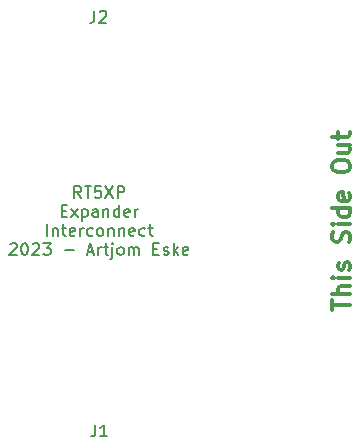
<source format=gbr>
%TF.GenerationSoftware,KiCad,Pcbnew,(6.0.8)*%
%TF.CreationDate,2023-05-31T19:07:23+02:00*%
%TF.ProjectId,RT5XP-EXP-Interconnect,52543558-502d-4455-9850-2d496e746572,rev?*%
%TF.SameCoordinates,Original*%
%TF.FileFunction,Legend,Top*%
%TF.FilePolarity,Positive*%
%FSLAX46Y46*%
G04 Gerber Fmt 4.6, Leading zero omitted, Abs format (unit mm)*
G04 Created by KiCad (PCBNEW (6.0.8)) date 2023-05-31 19:07:23*
%MOMM*%
%LPD*%
G01*
G04 APERTURE LIST*
%ADD10C,0.150000*%
%ADD11C,0.300000*%
G04 APERTURE END LIST*
D10*
X129540190Y-110305380D02*
X129206857Y-109829190D01*
X128968761Y-110305380D02*
X128968761Y-109305380D01*
X129349714Y-109305380D01*
X129444952Y-109353000D01*
X129492571Y-109400619D01*
X129540190Y-109495857D01*
X129540190Y-109638714D01*
X129492571Y-109733952D01*
X129444952Y-109781571D01*
X129349714Y-109829190D01*
X128968761Y-109829190D01*
X129825904Y-109305380D02*
X130397333Y-109305380D01*
X130111619Y-110305380D02*
X130111619Y-109305380D01*
X131206857Y-109305380D02*
X130730666Y-109305380D01*
X130683047Y-109781571D01*
X130730666Y-109733952D01*
X130825904Y-109686333D01*
X131064000Y-109686333D01*
X131159238Y-109733952D01*
X131206857Y-109781571D01*
X131254476Y-109876809D01*
X131254476Y-110114904D01*
X131206857Y-110210142D01*
X131159238Y-110257761D01*
X131064000Y-110305380D01*
X130825904Y-110305380D01*
X130730666Y-110257761D01*
X130683047Y-110210142D01*
X131587809Y-109305380D02*
X132254476Y-110305380D01*
X132254476Y-109305380D02*
X131587809Y-110305380D01*
X132635428Y-110305380D02*
X132635428Y-109305380D01*
X133016380Y-109305380D01*
X133111619Y-109353000D01*
X133159238Y-109400619D01*
X133206857Y-109495857D01*
X133206857Y-109638714D01*
X133159238Y-109733952D01*
X133111619Y-109781571D01*
X133016380Y-109829190D01*
X132635428Y-109829190D01*
X127897333Y-111391571D02*
X128230666Y-111391571D01*
X128373523Y-111915380D02*
X127897333Y-111915380D01*
X127897333Y-110915380D01*
X128373523Y-110915380D01*
X128706857Y-111915380D02*
X129230666Y-111248714D01*
X128706857Y-111248714D02*
X129230666Y-111915380D01*
X129611619Y-111248714D02*
X129611619Y-112248714D01*
X129611619Y-111296333D02*
X129706857Y-111248714D01*
X129897333Y-111248714D01*
X129992571Y-111296333D01*
X130040190Y-111343952D01*
X130087809Y-111439190D01*
X130087809Y-111724904D01*
X130040190Y-111820142D01*
X129992571Y-111867761D01*
X129897333Y-111915380D01*
X129706857Y-111915380D01*
X129611619Y-111867761D01*
X130944952Y-111915380D02*
X130944952Y-111391571D01*
X130897333Y-111296333D01*
X130802095Y-111248714D01*
X130611619Y-111248714D01*
X130516380Y-111296333D01*
X130944952Y-111867761D02*
X130849714Y-111915380D01*
X130611619Y-111915380D01*
X130516380Y-111867761D01*
X130468761Y-111772523D01*
X130468761Y-111677285D01*
X130516380Y-111582047D01*
X130611619Y-111534428D01*
X130849714Y-111534428D01*
X130944952Y-111486809D01*
X131421142Y-111248714D02*
X131421142Y-111915380D01*
X131421142Y-111343952D02*
X131468761Y-111296333D01*
X131564000Y-111248714D01*
X131706857Y-111248714D01*
X131802095Y-111296333D01*
X131849714Y-111391571D01*
X131849714Y-111915380D01*
X132754476Y-111915380D02*
X132754476Y-110915380D01*
X132754476Y-111867761D02*
X132659238Y-111915380D01*
X132468761Y-111915380D01*
X132373523Y-111867761D01*
X132325904Y-111820142D01*
X132278285Y-111724904D01*
X132278285Y-111439190D01*
X132325904Y-111343952D01*
X132373523Y-111296333D01*
X132468761Y-111248714D01*
X132659238Y-111248714D01*
X132754476Y-111296333D01*
X133611619Y-111867761D02*
X133516380Y-111915380D01*
X133325904Y-111915380D01*
X133230666Y-111867761D01*
X133183047Y-111772523D01*
X133183047Y-111391571D01*
X133230666Y-111296333D01*
X133325904Y-111248714D01*
X133516380Y-111248714D01*
X133611619Y-111296333D01*
X133659238Y-111391571D01*
X133659238Y-111486809D01*
X133183047Y-111582047D01*
X134087809Y-111915380D02*
X134087809Y-111248714D01*
X134087809Y-111439190D02*
X134135428Y-111343952D01*
X134183047Y-111296333D01*
X134278285Y-111248714D01*
X134373523Y-111248714D01*
X126659238Y-113525380D02*
X126659238Y-112525380D01*
X127135428Y-112858714D02*
X127135428Y-113525380D01*
X127135428Y-112953952D02*
X127183047Y-112906333D01*
X127278285Y-112858714D01*
X127421142Y-112858714D01*
X127516380Y-112906333D01*
X127564000Y-113001571D01*
X127564000Y-113525380D01*
X127897333Y-112858714D02*
X128278285Y-112858714D01*
X128040190Y-112525380D02*
X128040190Y-113382523D01*
X128087809Y-113477761D01*
X128183047Y-113525380D01*
X128278285Y-113525380D01*
X128992571Y-113477761D02*
X128897333Y-113525380D01*
X128706857Y-113525380D01*
X128611619Y-113477761D01*
X128564000Y-113382523D01*
X128564000Y-113001571D01*
X128611619Y-112906333D01*
X128706857Y-112858714D01*
X128897333Y-112858714D01*
X128992571Y-112906333D01*
X129040190Y-113001571D01*
X129040190Y-113096809D01*
X128564000Y-113192047D01*
X129468761Y-113525380D02*
X129468761Y-112858714D01*
X129468761Y-113049190D02*
X129516380Y-112953952D01*
X129564000Y-112906333D01*
X129659238Y-112858714D01*
X129754476Y-112858714D01*
X130516380Y-113477761D02*
X130421142Y-113525380D01*
X130230666Y-113525380D01*
X130135428Y-113477761D01*
X130087809Y-113430142D01*
X130040190Y-113334904D01*
X130040190Y-113049190D01*
X130087809Y-112953952D01*
X130135428Y-112906333D01*
X130230666Y-112858714D01*
X130421142Y-112858714D01*
X130516380Y-112906333D01*
X131087809Y-113525380D02*
X130992571Y-113477761D01*
X130944952Y-113430142D01*
X130897333Y-113334904D01*
X130897333Y-113049190D01*
X130944952Y-112953952D01*
X130992571Y-112906333D01*
X131087809Y-112858714D01*
X131230666Y-112858714D01*
X131325904Y-112906333D01*
X131373523Y-112953952D01*
X131421142Y-113049190D01*
X131421142Y-113334904D01*
X131373523Y-113430142D01*
X131325904Y-113477761D01*
X131230666Y-113525380D01*
X131087809Y-113525380D01*
X131849714Y-112858714D02*
X131849714Y-113525380D01*
X131849714Y-112953952D02*
X131897333Y-112906333D01*
X131992571Y-112858714D01*
X132135428Y-112858714D01*
X132230666Y-112906333D01*
X132278285Y-113001571D01*
X132278285Y-113525380D01*
X132754476Y-112858714D02*
X132754476Y-113525380D01*
X132754476Y-112953952D02*
X132802095Y-112906333D01*
X132897333Y-112858714D01*
X133040190Y-112858714D01*
X133135428Y-112906333D01*
X133183047Y-113001571D01*
X133183047Y-113525380D01*
X134040190Y-113477761D02*
X133944952Y-113525380D01*
X133754476Y-113525380D01*
X133659238Y-113477761D01*
X133611619Y-113382523D01*
X133611619Y-113001571D01*
X133659238Y-112906333D01*
X133754476Y-112858714D01*
X133944952Y-112858714D01*
X134040190Y-112906333D01*
X134087809Y-113001571D01*
X134087809Y-113096809D01*
X133611619Y-113192047D01*
X134944952Y-113477761D02*
X134849714Y-113525380D01*
X134659238Y-113525380D01*
X134564000Y-113477761D01*
X134516380Y-113430142D01*
X134468761Y-113334904D01*
X134468761Y-113049190D01*
X134516380Y-112953952D01*
X134564000Y-112906333D01*
X134659238Y-112858714D01*
X134849714Y-112858714D01*
X134944952Y-112906333D01*
X135230666Y-112858714D02*
X135611619Y-112858714D01*
X135373523Y-112525380D02*
X135373523Y-113382523D01*
X135421142Y-113477761D01*
X135516380Y-113525380D01*
X135611619Y-113525380D01*
X123516380Y-114230619D02*
X123564000Y-114183000D01*
X123659238Y-114135380D01*
X123897333Y-114135380D01*
X123992571Y-114183000D01*
X124040190Y-114230619D01*
X124087809Y-114325857D01*
X124087809Y-114421095D01*
X124040190Y-114563952D01*
X123468761Y-115135380D01*
X124087809Y-115135380D01*
X124706857Y-114135380D02*
X124802095Y-114135380D01*
X124897333Y-114183000D01*
X124944952Y-114230619D01*
X124992571Y-114325857D01*
X125040190Y-114516333D01*
X125040190Y-114754428D01*
X124992571Y-114944904D01*
X124944952Y-115040142D01*
X124897333Y-115087761D01*
X124802095Y-115135380D01*
X124706857Y-115135380D01*
X124611619Y-115087761D01*
X124564000Y-115040142D01*
X124516380Y-114944904D01*
X124468761Y-114754428D01*
X124468761Y-114516333D01*
X124516380Y-114325857D01*
X124564000Y-114230619D01*
X124611619Y-114183000D01*
X124706857Y-114135380D01*
X125421142Y-114230619D02*
X125468761Y-114183000D01*
X125564000Y-114135380D01*
X125802095Y-114135380D01*
X125897333Y-114183000D01*
X125944952Y-114230619D01*
X125992571Y-114325857D01*
X125992571Y-114421095D01*
X125944952Y-114563952D01*
X125373523Y-115135380D01*
X125992571Y-115135380D01*
X126325904Y-114135380D02*
X126944952Y-114135380D01*
X126611619Y-114516333D01*
X126754476Y-114516333D01*
X126849714Y-114563952D01*
X126897333Y-114611571D01*
X126944952Y-114706809D01*
X126944952Y-114944904D01*
X126897333Y-115040142D01*
X126849714Y-115087761D01*
X126754476Y-115135380D01*
X126468761Y-115135380D01*
X126373523Y-115087761D01*
X126325904Y-115040142D01*
X128135428Y-114754428D02*
X128897333Y-114754428D01*
X130087809Y-114849666D02*
X130564000Y-114849666D01*
X129992571Y-115135380D02*
X130325904Y-114135380D01*
X130659238Y-115135380D01*
X130992571Y-115135380D02*
X130992571Y-114468714D01*
X130992571Y-114659190D02*
X131040190Y-114563952D01*
X131087809Y-114516333D01*
X131183047Y-114468714D01*
X131278285Y-114468714D01*
X131468761Y-114468714D02*
X131849714Y-114468714D01*
X131611619Y-114135380D02*
X131611619Y-114992523D01*
X131659238Y-115087761D01*
X131754476Y-115135380D01*
X131849714Y-115135380D01*
X132183047Y-114468714D02*
X132183047Y-115325857D01*
X132135428Y-115421095D01*
X132040190Y-115468714D01*
X131992571Y-115468714D01*
X132183047Y-114135380D02*
X132135428Y-114183000D01*
X132183047Y-114230619D01*
X132230666Y-114183000D01*
X132183047Y-114135380D01*
X132183047Y-114230619D01*
X132802095Y-115135380D02*
X132706857Y-115087761D01*
X132659238Y-115040142D01*
X132611619Y-114944904D01*
X132611619Y-114659190D01*
X132659238Y-114563952D01*
X132706857Y-114516333D01*
X132802095Y-114468714D01*
X132944952Y-114468714D01*
X133040190Y-114516333D01*
X133087809Y-114563952D01*
X133135428Y-114659190D01*
X133135428Y-114944904D01*
X133087809Y-115040142D01*
X133040190Y-115087761D01*
X132944952Y-115135380D01*
X132802095Y-115135380D01*
X133564000Y-115135380D02*
X133564000Y-114468714D01*
X133564000Y-114563952D02*
X133611619Y-114516333D01*
X133706857Y-114468714D01*
X133849714Y-114468714D01*
X133944952Y-114516333D01*
X133992571Y-114611571D01*
X133992571Y-115135380D01*
X133992571Y-114611571D02*
X134040190Y-114516333D01*
X134135428Y-114468714D01*
X134278285Y-114468714D01*
X134373523Y-114516333D01*
X134421142Y-114611571D01*
X134421142Y-115135380D01*
X135659238Y-114611571D02*
X135992571Y-114611571D01*
X136135428Y-115135380D02*
X135659238Y-115135380D01*
X135659238Y-114135380D01*
X136135428Y-114135380D01*
X136516380Y-115087761D02*
X136611619Y-115135380D01*
X136802095Y-115135380D01*
X136897333Y-115087761D01*
X136944952Y-114992523D01*
X136944952Y-114944904D01*
X136897333Y-114849666D01*
X136802095Y-114802047D01*
X136659238Y-114802047D01*
X136564000Y-114754428D01*
X136516380Y-114659190D01*
X136516380Y-114611571D01*
X136564000Y-114516333D01*
X136659238Y-114468714D01*
X136802095Y-114468714D01*
X136897333Y-114516333D01*
X137373523Y-115135380D02*
X137373523Y-114135380D01*
X137468761Y-114754428D02*
X137754476Y-115135380D01*
X137754476Y-114468714D02*
X137373523Y-114849666D01*
X138564000Y-115087761D02*
X138468761Y-115135380D01*
X138278285Y-115135380D01*
X138183047Y-115087761D01*
X138135428Y-114992523D01*
X138135428Y-114611571D01*
X138183047Y-114516333D01*
X138278285Y-114468714D01*
X138468761Y-114468714D01*
X138564000Y-114516333D01*
X138611619Y-114611571D01*
X138611619Y-114706809D01*
X138135428Y-114802047D01*
D11*
X150816571Y-119768000D02*
X150816571Y-118910857D01*
X152316571Y-119339428D02*
X150816571Y-119339428D01*
X152316571Y-118410857D02*
X150816571Y-118410857D01*
X152316571Y-117768000D02*
X151530857Y-117768000D01*
X151388000Y-117839428D01*
X151316571Y-117982285D01*
X151316571Y-118196571D01*
X151388000Y-118339428D01*
X151459428Y-118410857D01*
X152316571Y-117053714D02*
X151316571Y-117053714D01*
X150816571Y-117053714D02*
X150888000Y-117125142D01*
X150959428Y-117053714D01*
X150888000Y-116982285D01*
X150816571Y-117053714D01*
X150959428Y-117053714D01*
X152245142Y-116410857D02*
X152316571Y-116268000D01*
X152316571Y-115982285D01*
X152245142Y-115839428D01*
X152102285Y-115768000D01*
X152030857Y-115768000D01*
X151888000Y-115839428D01*
X151816571Y-115982285D01*
X151816571Y-116196571D01*
X151745142Y-116339428D01*
X151602285Y-116410857D01*
X151530857Y-116410857D01*
X151388000Y-116339428D01*
X151316571Y-116196571D01*
X151316571Y-115982285D01*
X151388000Y-115839428D01*
X152245142Y-114053714D02*
X152316571Y-113839428D01*
X152316571Y-113482285D01*
X152245142Y-113339428D01*
X152173714Y-113268000D01*
X152030857Y-113196571D01*
X151888000Y-113196571D01*
X151745142Y-113268000D01*
X151673714Y-113339428D01*
X151602285Y-113482285D01*
X151530857Y-113768000D01*
X151459428Y-113910857D01*
X151388000Y-113982285D01*
X151245142Y-114053714D01*
X151102285Y-114053714D01*
X150959428Y-113982285D01*
X150888000Y-113910857D01*
X150816571Y-113768000D01*
X150816571Y-113410857D01*
X150888000Y-113196571D01*
X152316571Y-112553714D02*
X151316571Y-112553714D01*
X150816571Y-112553714D02*
X150888000Y-112625142D01*
X150959428Y-112553714D01*
X150888000Y-112482285D01*
X150816571Y-112553714D01*
X150959428Y-112553714D01*
X152316571Y-111196571D02*
X150816571Y-111196571D01*
X152245142Y-111196571D02*
X152316571Y-111339428D01*
X152316571Y-111625142D01*
X152245142Y-111768000D01*
X152173714Y-111839428D01*
X152030857Y-111910857D01*
X151602285Y-111910857D01*
X151459428Y-111839428D01*
X151388000Y-111768000D01*
X151316571Y-111625142D01*
X151316571Y-111339428D01*
X151388000Y-111196571D01*
X152245142Y-109910857D02*
X152316571Y-110053714D01*
X152316571Y-110339428D01*
X152245142Y-110482285D01*
X152102285Y-110553714D01*
X151530857Y-110553714D01*
X151388000Y-110482285D01*
X151316571Y-110339428D01*
X151316571Y-110053714D01*
X151388000Y-109910857D01*
X151530857Y-109839428D01*
X151673714Y-109839428D01*
X151816571Y-110553714D01*
X150816571Y-107768000D02*
X150816571Y-107482285D01*
X150888000Y-107339428D01*
X151030857Y-107196571D01*
X151316571Y-107125142D01*
X151816571Y-107125142D01*
X152102285Y-107196571D01*
X152245142Y-107339428D01*
X152316571Y-107482285D01*
X152316571Y-107768000D01*
X152245142Y-107910857D01*
X152102285Y-108053714D01*
X151816571Y-108125142D01*
X151316571Y-108125142D01*
X151030857Y-108053714D01*
X150888000Y-107910857D01*
X150816571Y-107768000D01*
X151316571Y-105839428D02*
X152316571Y-105839428D01*
X151316571Y-106482285D02*
X152102285Y-106482285D01*
X152245142Y-106410857D01*
X152316571Y-106268000D01*
X152316571Y-106053714D01*
X152245142Y-105910857D01*
X152173714Y-105839428D01*
X151316571Y-105339428D02*
X151316571Y-104768000D01*
X150816571Y-105125142D02*
X152102285Y-105125142D01*
X152245142Y-105053714D01*
X152316571Y-104910857D01*
X152316571Y-104768000D01*
D10*
%TO.C,J2*%
X130666666Y-94472380D02*
X130666666Y-95186666D01*
X130619047Y-95329523D01*
X130523809Y-95424761D01*
X130380952Y-95472380D01*
X130285714Y-95472380D01*
X131095238Y-94567619D02*
X131142857Y-94520000D01*
X131238095Y-94472380D01*
X131476190Y-94472380D01*
X131571428Y-94520000D01*
X131619047Y-94567619D01*
X131666666Y-94662857D01*
X131666666Y-94758095D01*
X131619047Y-94900952D01*
X131047619Y-95472380D01*
X131666666Y-95472380D01*
%TO.C,J1*%
X130730666Y-129500380D02*
X130730666Y-130214666D01*
X130683047Y-130357523D01*
X130587809Y-130452761D01*
X130444952Y-130500380D01*
X130349714Y-130500380D01*
X131730666Y-130500380D02*
X131159238Y-130500380D01*
X131444952Y-130500380D02*
X131444952Y-129500380D01*
X131349714Y-129643238D01*
X131254476Y-129738476D01*
X131159238Y-129786095D01*
%TD*%
M02*

</source>
